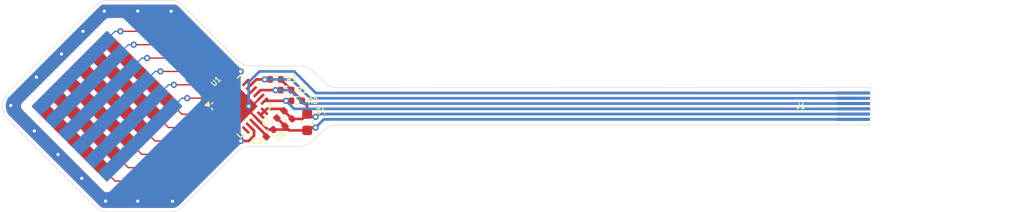
<source format=kicad_pcb>
(kicad_pcb (version 20240108) (generator "pcbnew") (generator_version "8.0")
  (layers (0 "F.Cu" signal) (31 "B.Cu" signal) (34 "B.Paste" user) (35 "F.Paste" user) (36 "B.SilkS" user "B.Silkscreen") (37 "F.SilkS" user "F.Silkscreen") (38 "B.Mask" user) (39 "F.Mask" user) (44 "Edge.Cuts" user))
  (net 0 "")
  (net 1 "GND")
  (net 2 "+3V3")
  (net 3 "/BIAS")
  (net 4 "/SCL")
  (net 5 "/SDA")
  (net 6 "/INT")
  (net 8 "/CIN3")
  (net 9 "/SHLD")
  (net 10 "/CIN2")
  (net 11 "/CIN5")
  (net 12 "/CIN11")
  (net 13 "/CIN6")
  (net 14 "/CIN9")
  (net 15 "/CIN0")
  (net 16 "/CIN4")
  (net 17 "/CIN1")
  (net 18 "/CIN12")
  (net 19 "/CIN7")
  (net 20 "/CIN8")
  (net 21 "/CIN10")
  (footprint "Resistor_SMD:R_0402_1005Metric" (layer "F.Cu") (at 137.414 103.632 180)
    (property "Reference" "R2" (at -1.524 0 0) (layer "F.SilkS") (effects (font (size 0.5 0.5) (thickness 0.1))))
    (property "Value" "2k2")
    (fp_line (start -0.153641 0.38) (end 0.153641 0.38) (stroke (width 0.12)) (layer "F.SilkS"))
    (fp_line (start -0.153641 -0.38) (end 0.153641 -0.38) (stroke (width 0.12)) (layer "F.SilkS"))
    (pad "1" smd roundrect (at -0.509999 0 180) (size 0.54 0.64) (layers "F.Cu" "F.Paste" "F.Mask") (net 2 "+3V3"))
    (pad "2" smd roundrect (at 0.509999 0 180) (size 0.54 0.64) (layers "F.Cu" "F.Paste" "F.Mask") (net 5 "/SDA"))
  )
  (footprint "User_Footprints:FPC_6P_P0.5mm" (layer "F.Cu") (at 190.746 102.89)
    (property "Reference" "J1" (at -5.453 1.25 0) (layer "F.SilkS") (effects (font (size 0.5 0.5) (thickness 0.1))))
    (property "Value" "Conn_01x06_Pin")
    (pad "1" connect roundrect (at -0.5 0) (size 3.2 0.3) (layers "B.Cu" "B.Mask") (net 1 "GND"))
    (pad "2" connect roundrect (at -0.5 0.5) (size 3.2 0.3) (layers "B.Cu" "B.Mask") (net 6 "/INT"))
    (pad "3" connect roundrect (at -0.5 1) (size 3.2 0.3) (layers "B.Cu" "B.Mask") (net 4 "/SCL"))
    (pad "4" connect roundrect (at -0.5 1.5) (size 3.2 0.3) (layers "B.Cu" "B.Mask") (net 5 "/SDA"))
    (pad "5" connect roundrect (at -0.5 2) (size 3.2 0.3) (layers "B.Cu" "B.Mask") (net 2 "+3V3"))
    (pad "6" connect roundrect (at -0.5 2.5) (size 3.2 0.3) (layers "B.Cu" "B.Mask") (net 1 "GND"))
  )
  (footprint "Capacitor_SMD:C_0603_1608Metric" (layer "F.Cu") (at 138.397903 105.664 -90)
    (property "Reference" "C4" (at -1.037864 -1.302097 180) (layer "F.SilkS") (effects (font (size 0.5 0.5) (thickness 0.1))))
    (property "Value" "10u")
    (fp_line (start -0.140581 0.51) (end 0.140581 0.51) (stroke (width 0.12)) (layer "F.SilkS"))
    (fp_line (start -0.140581 -0.51) (end 0.140581 -0.51) (stroke (width 0.12)) (layer "F.SilkS"))
    (pad "1" smd roundrect (at -0.775 0 270) (size 0.9 0.95) (layers "F.Cu" "F.Paste" "F.Mask") (net 2 "+3V3"))
    (pad "2" smd roundrect (at 0.775 0 270) (size 0.9 0.95) (layers "F.Cu" "F.Paste" "F.Mask") (net 1 "GND"))
  )
  (footprint "Capacitor_SMD:C_0402_1005Metric" (layer "F.Cu") (at 134.841903 106.701864 45)
    (property "Reference" "C5" (at -1.398685 -0.351974 180) (layer "F.SilkS") (effects (font (size 0.5 0.5) (thickness 0.1))))
    (property "Value" "100n")
    (fp_line (start -0.107836 -0.36) (end 0.107836 -0.36) (stroke (width 0.12)) (layer "F.SilkS"))
    (fp_line (start -0.107836 0.36) (end 0.107836 0.36) (stroke (width 0.12)) (layer "F.SilkS"))
    (pad "1" smd roundrect (at -0.48 0 45) (size 0.56 0.62) (layers "F.Cu" "F.Paste" "F.Mask") (net 3 "/BIAS"))
    (pad "2" smd roundrect (at 0.48 0 45) (size 0.56 0.62) (layers "F.Cu" "F.Paste" "F.Mask") (net 1 "GND"))
  )
  (footprint "Resistor_SMD:R_0402_1005Metric" (layer "F.Cu") (at 136.398 102.616 180)
    (property "Reference" "R1" (at -1.524 0 0) (layer "F.SilkS") (effects (font (size 0.5 0.5) (thickness 0.1))))
    (property "Value" "2k2")
    (fp_line (start -0.153641 0.38) (end 0.153641 0.38) (stroke (width 0.12)) (layer "F.SilkS"))
    (fp_line (start -0.153641 -0.38) (end 0.153641 -0.38) (stroke (width 0.12)) (layer "F.SilkS"))
    (pad "1" smd roundrect (at -0.509999 0 180) (size 0.54 0.64) (layers "F.Cu" "F.Paste" "F.Mask") (net 2 "+3V3"))
    (pad "2" smd roundrect (at 0.509999 0 180) (size 0.54 0.64) (layers "F.Cu" "F.Paste" "F.Mask") (net 4 "/SCL"))
  )
  (footprint "Capacitor_SMD:C_0402_1005Metric" (layer "F.Cu") (at 135.857903 104.923864 -135)
    (property "Reference" "C1" (at 1.436841 0.35921 45) (layer "F.SilkS") (effects (font (size 0.5 0.5) (thickness 0.1))))
    (property "Value" "1n")
    (fp_line (start -0.107836 0.36) (end 0.107836 0.36) (stroke (width 0.12)) (layer "F.SilkS"))
    (fp_line (start -0.107836 -0.36) (end 0.107836 -0.36) (stroke (width 0.12)) (layer "F.SilkS"))
    (pad "1" smd roundrect (at -0.48 0 225) (size 0.56 0.62) (layers "F.Cu" "F.Paste" "F.Mask") (net 2 "+3V3"))
    (pad "2" smd roundrect (at 0.48 0 225) (size 0.56 0.62) (layers "F.Cu" "F.Paste" "F.Mask") (net 1 "GND"))
  )
  (footprint "Capacitor_SMD:C_0402_1005Metric" (layer "F.Cu") (at 136.619903 105.685864 -135)
    (property "Reference" "C2" (at 1.436841 -0.35921 45) (layer "F.SilkS") (effects (font (size 0.5 0.5) (thickness 0.1))))
    (property "Value" "100n")
    (fp_line (start -0.107836 0.36) (end 0.107836 0.36) (stroke (width 0.12)) (layer "F.SilkS"))
    (fp_line (start -0.107836 -0.36) (end 0.107836 -0.36) (stroke (width 0.12)) (layer "F.SilkS"))
    (pad "1" smd roundrect (at -0.48 0 225) (size 0.56 0.62) (layers "F.Cu" "F.Paste" "F.Mask") (net 2 "+3V3"))
    (pad "2" smd roundrect (at 0.48 0 225) (size 0.56 0.62) (layers "F.Cu" "F.Paste" "F.Mask") (net 1 "GND"))
  )
  (footprint "Resistor_SMD:R_0402_1005Metric" (layer "F.Cu") (at 135.382 101.6 180)
    (property "Reference" "R3" (at -1.524 0 0) (layer "F.SilkS") (effects (font (size 0.5 0.5) (thickness 0.1))))
    (property "Value" "2k2")
    (fp_line (start -0.153641 0.38) (end 0.153641 0.38) (stroke (width 0.12)) (layer "F.SilkS"))
    (fp_line (start -0.153641 -0.38) (end 0.153641 -0.38) (stroke (width 0.12)) (layer "F.SilkS"))
    (pad "1" smd roundrect (at -0.509999 0 180) (size 0.54 0.64) (layers "F.Cu" "F.Paste" "F.Mask") (net 2 "+3V3"))
    (pad "2" smd roundrect (at 0.509999 0 180) (size 0.54 0.64) (layers "F.Cu" "F.Paste" "F.Mask") (net 6 "/INT"))
  )
  (footprint "Package_CSP:LFCSP-24-1EP_4x4mm_P0.5mm_EP2.3x2.3mm" (layer "F.Cu") (at 132.08 104.14 45)
    (property "Reference" "U1" (at 0 -3.330001 45) (layer "F.SilkS") (effects (font (size 0.5 0.5) (thickness 0.1))))
    (property "Value" "AD7147-1")
    (fp_line (start -1.635 -2.11) (end -1.81 -2.11) (stroke (width 0.12)) (layer "F.SilkS"))
    (fp_line (start -2.11 -1.635) (end -2.11 -1.87) (stroke (width 0.12)) (layer "F.SilkS"))
    (fp_line (start 1.635 -2.11) (end 2.11 -2.11) (stroke (width 0.12)) (layer "F.SilkS"))
    (fp_line (start 2.11 -2.11) (end 2.11 -1.635) (stroke (width 0.12)) (layer "F.SilkS"))
    (fp_line (start -2.11 2.11) (end -2.11 1.635) (stroke (width 0.12)) (layer "F.SilkS"))
    (fp_line (start -1.635 2.11) (end -2.11 2.11) (stroke (width 0.12)) (layer "F.SilkS"))
    (fp_line (start 1.635 2.11) (end 2.11 2.11) (stroke (width 0.12)) (layer "F.SilkS"))
    (fp_line (start 2.11 2.11) (end 2.11 1.635) (stroke (width 0.12)) (layer "F.SilkS"))
    (fp_poly (pts (xy -2.11 -2.11) (xy -2.349999 -2.44) (xy -1.87 -2.44) (xy -2.11 -2.11)) (stroke (width 0.12)) (fill solid) (layer "F.SilkS"))
    (pad "1" smd roundrect (at -1.9375 -1.25 45) (size 0.875 0.25) (layers "F.Cu" "F.Paste" "F.Mask") (net 13 "/CIN6"))
    (pad "2" smd roundrect (at -1.937499 -0.75 45) (size 0.875 0.25) (layers "F.Cu" "F.Paste" "F.Mask") (net 19 "/CIN7"))
    (pad "3" smd roundrect (at -1.9375 -0.25 45) (size 0.875 0.25) (layers "F.Cu" "F.Paste" "F.Mask") (net 20 "/CIN8"))
    (pad "4" smd roundrect (at -1.9375 0.25 45) (size 0.875 0.25) (layers "F.Cu" "F.Paste" "F.Mask") (net 14 "/CIN9"))
    (pad "5" smd roundrect (at -1.937499 0.75 45) (size 0.875 0.25) (layers "F.Cu" "F.Paste" "F.Mask") (net 21 "/CIN10"))
    (pad "6" smd roundrect (at -1.9375 1.25 45) (size 0.875 0.25) (layers "F.Cu" "F.Paste" "F.Mask") (net 12 "/CIN11"))
    (pad "7" smd roundrect (at -1.25 1.9375 45) (size 0.25 0.875) (layers "F.Cu" "F.Paste" "F.Mask") (net 18 "/CIN12"))
    (pad "8" smd roundrect (at -0.75 1.937499 45) (size 0.25 0.875) (layers "F.Cu" "F.Paste" "F.Mask") (net 9 "/SHLD"))
    (pad "9" smd roundrect (at -0.25 1.9375 45) (size 0.25 0.875) (layers "F.Cu" "F.Paste" "F.Mask") (net 3 "/BIAS"))
    (pad "10" smd roundrect (at 0.25 1.9375 45) (size 0.25 0.875) (layers "F.Cu" "F.Paste" "F.Mask") (net 1 "GND"))
    (pad "11" smd roundrect (at 0.75 1.937499 45) (size 0.25 0.875) (layers "F.Cu" "F.Paste" "F.Mask") (net 2 "+3V3"))
    (pad "12" smd roundrect (at 1.25 1.9375 45) (size 0.25 0.875) (layers "F.Cu" "F.Paste" "F.Mask") (net 2 "+3V3"))
    (pad "13" smd roundrect (at 1.9375 1.25 45) (size 0.875 0.25) (layers "F.Cu" "F.Paste" "F.Mask") (net 5 "/SDA"))
    (pad "14" smd roundrect (at 1.937499 0.75 45) (size 0.875 0.25) (layers "F.Cu" "F.Paste" "F.Mask") (net 1 "GND"))
    (pad "15" smd roundrect (at 1.9375 0.25 45) (size 0.875 0.25) (layers "F.Cu" "F.Paste" "F.Mask") (net 4 "/SCL"))
    (pad "16" smd roundrect (at 1.9375 -0.25 45) (size 0.875 0.25) (layers "F.Cu" "F.Paste" "F.Mask") (net 1 "GND"))
    (pad "17" smd roundrect (at 1.937499 -0.75 45) (size 0.875 0.25) (layers "F.Cu" "F.Paste" "F.Mask") (net 6 "/INT"))
    (pad "18" smd roundrect (at 1.9375 -1.25 45) (size 0.875 0.25) (layers "F.Cu" "F.Paste" "F.Mask"))
    (pad "19" smd roundrect (at 1.25 -1.9375 45) (size 0.25 0.875) (layers "F.Cu" "F.Paste" "F.Mask") (net 15 "/CIN0"))
    (pad "20" smd roundrect (at 0.75 -1.937499 45) (size 0.25 0.875) (layers "F.Cu" "F.Paste" "F.Mask") (net 17 "/CIN1"))
    (pad "21" smd roundrect (at 0.25 -1.9375 45) (size 0.25 0.875) (layers "F.Cu" "F.Paste" "F.Mask") (net 10 "/CIN2"))
    (pad "22" smd roundrect (at -0.25 -1.9375 45) (size 0.25 0.875) (layers "F.Cu" "F.Paste" "F.Mask") (net 8 "/CIN3"))
    (pad "23" smd roundrect (at -0.75 -1.937499 45) (size 0.25 0.875) (layers "F.Cu" "F.Paste" "F.Mask") (net 16 "/CIN4"))
    (pad "24" smd roundrect (at -1.25 -1.9375 45) (size 0.25 0.875) (layers "F.Cu" "F.Paste" "F.Mask") (net 11 "/CIN5"))
    (pad "25" smd rect (at 0 0 45) (size 2.3 2.3) (property pad_prop_heatsink) (layers "F.Cu" "F.Mask") (net 1 "GND"))
  )
  (gr_line (start 131.769939 99.796472) (end 126.580125 94.600122) (stroke (width 0.05)) (layer "Edge.Cuts"))
  (gr_arc (start 118.256301 94.604544) (mid 118.833126 94.219122) (end 119.513537 94.08378) (stroke (width 0.05)) (layer "Edge.Cuts"))
  (gr_arc (start 138.925236 107.429236) (mid 138.348411 107.814658) (end 137.668 107.95) (stroke (width 0.05)) (layer "Edge.Cuts"))
  (gr_arc (start 131.757175 108.470764) (mid 132.334 108.085342) (end 133.014411 107.95) (stroke (width 0.05)) (layer "Edge.Cuts"))
  (gr_line (start 191.897 105.918) (end 141.224 105.918) (stroke (width 0.05)) (layer "Edge.Cuts"))
  (gr_arc (start 133.027175 100.317236) (mid 132.346764 100.181894) (end 131.769939 99.796472) (stroke (width 0.05)) (layer "Edge.Cuts"))
  (gr_line (start 191.897 102.362) (end 141.211236 102.374764) (stroke (width 0.05)) (layer "Edge.Cuts"))
  (gr_line (start 133.027175 100.317236) (end 137.680764 100.317236) (stroke (width 0.05)) (layer "Edge.Cuts"))
  (gr_arc (start 139.966764 106.438764) (mid 140.543589 106.053342) (end 141.224 105.918) (stroke (width 0.05)) (layer "Edge.Cuts"))
  (gr_line (start 119.513537 94.08378) (end 125.32289 94.079358) (stroke (width 0.05)) (layer "Edge.Cuts"))
  (gr_arc (start 126.560825 113.660578) (mid 125.984 114.046) (end 125.303589 114.181342) (stroke (width 0.05)) (layer "Edge.Cuts"))
  (gr_arc (start 141.211236 102.374764) (mid 140.530825 102.239422) (end 139.954 101.854) (stroke (width 0.05)) (layer "Edge.Cuts"))
  (gr_line (start 131.757175 108.470764) (end 126.560825 113.660578) (stroke (width 0.05)) (layer "Edge.Cuts"))
  (gr_line (start 118.256301 94.604544) (end 109.987289 102.873757) (stroke (width 0.05)) (layer "Edge.Cuts"))
  (gr_arc (start 119.494236 114.185764) (mid 118.813825 114.050422) (end 118.237 113.665) (stroke (width 0.05)) (layer "Edge.Cuts"))
  (gr_line (start 139.966764 106.438764) (end 138.925236 107.429236) (stroke (width 0.05)) (layer "Edge.Cuts"))
  (gr_arc (start 110.000053 105.400993) (mid 109.474 104.14) (end 109.987289 102.873757) (stroke (width 0.05)) (layer "Edge.Cuts"))
  (gr_arc (start 125.32289 94.079358) (mid 126.003301 94.2147) (end 126.580125 94.600122) (stroke (width 0.05)) (layer "Edge.Cuts"))
  (gr_line (start 139.954 101.854) (end 138.938 100.838) (stroke (width 0.05)) (layer "Edge.Cuts"))
  (gr_line (start 118.237 113.665) (end 110.000053 105.400993) (stroke (width 0.05)) (layer "Edge.Cuts"))
  (gr_arc (start 137.680764 100.317236) (mid 138.361175 100.452578) (end 138.938 100.838) (stroke (width 0.05)) (layer "Edge.Cuts"))
  (gr_line (start 191.897 105.918) (end 191.897 102.362) (stroke (width 0.05)) (layer "Edge.Cuts"))
  (gr_line (start 137.668 107.95) (end 133.014411 107.95) (stroke (width 0.05)) (layer "Edge.Cuts"))
  (gr_line (start 119.494236 114.185764) (end 125.303589 114.181342) (stroke (width 0.05)) (layer "Edge.Cuts"))
  (segment (start 133.626796 105.333243) (end 132.433553 104.14) (width 0.2) (layer "F.Cu") (net 1))
  (segment (start 136.694217 106.439) (end 138.397903 106.439) (width 0.254) (layer "F.Cu") (net 1))
  (segment (start 132.433553 104.14) (end 132.08 104.14) (width 0.2) (layer "F.Cu") (net 1))
  (segment (start 134.656006 106.362453) (end 133.626796 105.333243) (width 0.254) (layer "F.Cu") (net 1))
  (segment (start 138.397903 106.439) (end 138.664903 106.172) (width 0.254) (layer "F.Cu") (net 1))
  (segment (start 135.181314 106.362453) (end 136.61767 106.362453) (width 0.254) (layer "F.Cu") (net 1))
  (segment (start 133.14066 104.14) (end 132.842 104.14) (width 0.2) (layer "F.Cu") (net 1))
  (segment (start 136.280492 106.025275) (end 136.694217 106.439) (width 0.254) (layer "F.Cu") (net 1))
  (segment (start 136.280492 106.025275) (end 135.518492 105.263275) (width 0.254) (layer "F.Cu") (net 1))
  (segment (start 138.664903 106.172) (end 139.192 106.172) (width 0.254) (layer "F.Cu") (net 1))
  (segment (start 132.08 103.786447) (end 132.08 104.14) (width 0.2) (layer "F.Cu") (net 1))
  (segment (start 135.181314 106.362453) (end 134.656006 106.362453) (width 0.254) (layer "F.Cu") (net 1))
  (segment (start 133.980349 103.300311) (end 133.14066 104.14) (width 0.2) (layer "F.Cu") (net 1))
  (segment (start 136.61767 106.362453) (end 136.694217 106.439) (width 0.254) (layer "F.Cu") (net 1))
  (segment (start 133.273243 102.593204) (end 132.08 103.786447) (width 0.2) (layer "F.Cu") (net 1))
  (segment (start 132.842 104.14) (end 132.08 104.14) (width 0.2) (layer "F.Cu") (net 1))
  (via (at 132.842 104.14) (size 0.6) (drill 0.3) (layers "F.Cu" "B.Cu") (net 1))
  (via (at 139.192 106.172) (size 0.6) (drill 0.3) (layers "F.Cu" "B.Cu") (net 1))
  (segment (start 139.192 106.172) (end 139.974 105.39) (width 0.254) (layer "B.Cu") (net 1))
  (segment (start 139.974 105.39) (end 190.827 105.39) (width 0.254) (layer "B.Cu") (net 1))
  (segment (start 132.842 104.14) (end 132.842 101.854) (width 0.254) (layer "B.Cu") (net 1))
  (segment (start 133.858 100.838) (end 137.16 100.838) (width 0.254) (layer "B.Cu") (net 1))
  (segment (start 137.16 100.838) (end 139.212 102.89) (width 0.254) (layer "B.Cu") (net 1))
  (segment (start 132.842 101.854) (end 133.858 100.838) (width 0.254) (layer "B.Cu") (net 1))
  (segment (start 139.212 102.89) (end 190.827 102.89) (width 0.254) (layer "B.Cu") (net 1))
  (segment (start 136.907999 102.616) (end 135.891999 101.6) (width 0.254) (layer "F.Cu") (net 2))
  (segment (start 138.397903 104.105904) (end 137.923999 103.632) (width 0.254) (layer "F.Cu") (net 2))
  (segment (start 134.566039 104.394) (end 136.006861 104.394) (width 0.254) (layer "F.Cu") (net 2))
  (segment (start 137.94045 105.346453) (end 138.397903 104.889) (width 0.254) (layer "F.Cu") (net 2))
  (segment (start 139.192 105.156) (end 138.664903 105.156) (width 0.254) (layer "F.Cu") (net 2))
  (segment (start 136.959314 105.346453) (end 136.197314 104.584453) (width 0.254) (layer "F.Cu") (net 2))
  (segment (start 134.333903 104.626136) (end 134.566039 104.394) (width 0.254) (layer "F.Cu") (net 2))
  (segment (start 136.006861 104.394) (end 136.197314 104.584453) (width 0.254) (layer "F.Cu") (net 2))
  (segment (start 137.923999 103.632) (end 136.907999 102.616) (width 0.254) (layer "F.Cu") (net 2))
  (segment (start 138.664903 105.156) (end 138.397903 104.889) (width 0.254) (layer "F.Cu") (net 2))
  (segment (start 136.959314 105.346453) (end 137.94045 105.346453) (width 0.254) (layer "F.Cu") (net 2))
  (segment (start 138.397903 104.889) (end 138.397903 104.105904) (width 0.254) (layer "F.Cu") (net 2))
  (segment (start 133.980349 104.979689) (end 133.98035 104.979689) (width 0.254) (layer "F.Cu") (net 2))
  (segment (start 133.98035 104.979689) (end 134.333903 104.626136) (width 0.254) (layer "F.Cu") (net 2))
  (via (at 139.192 105.156) (size 0.6) (drill 0.3) (layers "F.Cu" "B.Cu") (net 2))
  (segment (start 139.192 105.156) (end 139.457999 104.890001) (width 0.254) (layer "B.Cu") (net 2))
  (segment (start 139.457999 104.890001) (end 190.827 104.890001) (width 0.254) (layer "B.Cu") (net 2))
  (segment (start 134.502492 106.916045) (end 133.273243 105.686796) (width 0.254) (layer "F.Cu") (net 3))
  (segment (start 134.502492 107.041275) (end 134.502492 106.916045) (width 0.254) (layer "F.Cu") (net 3))
  (segment (start 133.626796 102.946757) (end 133.957553 102.616) (width 0.254) (layer "F.Cu") (net 4))
  (segment (start 133.957553 102.616) (end 135.382 102.616) (width 0.254) (layer "F.Cu") (net 4))
  (segment (start 135.382 102.616) (end 135.888001 102.616) (width 0.254) (layer "F.Cu") (net 4))
  (via (at 135.382 102.616) (size 0.6) (drill 0.3) (layers "F.Cu" "B.Cu") (net 4))
  (segment (start 136.779 102.616) (end 138.053 103.89) (width 0.254) (layer "B.Cu") (net 4))
  (segment (start 135.382 102.616) (end 136.779 102.616) (width 0.254) (layer "B.Cu") (net 4))
  (segment (start 138.053 103.89) (end 190.827 103.89) (width 0.254) (layer "B.Cu") (net 4))
  (segment (start 136.398 103.632) (end 136.904001 103.632) (width 0.254) (layer "F.Cu") (net 5))
  (segment (start 134.355767 103.632) (end 136.398 103.632) (width 0.254) (layer "F.Cu") (net 5))
  (segment (start 134.333903 103.653864) (end 134.355767 103.632) (width 0.254) (layer "F.Cu") (net 5))
  (via (at 136.398 103.632) (size 0.6) (drill 0.3) (layers "F.Cu" "B.Cu") (net 5))
  (segment (start 136.398 103.632) (end 137.156 104.39) (width 0.254) (layer "B.Cu") (net 5))
  (segment (start 137.156 104.39) (end 190.827 104.39) (width 0.254) (layer "B.Cu") (net 5))
  (segment (start 134.872001 101.6) (end 134.366 101.6) (width 0.254) (layer "F.Cu") (net 6))
  (segment (start 134.366 101.6) (end 133.55934 101.6) (width 0.254) (layer "F.Cu") (net 6))
  (segment (start 133.55934 101.6) (end 132.919689 102.239651) (width 0.254) (layer "F.Cu") (net 6))
  (via (at 134.366 101.6) (size 0.6) (drill 0.3) (layers "F.Cu" "B.Cu") (net 6))
  (segment (start 134.366 101.6) (end 136.906 101.6) (width 0.254) (layer "B.Cu") (net 6))
  (segment (start 138.695999 103.389999) (end 190.827 103.389999) (width 0.254) (layer "B.Cu") (net 6))
  (segment (start 136.906 101.6) (end 138.695999 103.389999) (width 0.254) (layer "B.Cu") (net 6))
  (segment (start 128.424447 100.838) (end 130.533204 102.946757) (width 0.127) (layer "F.Cu") (net 8))
  (segment (start 124.46 100.838) (end 128.424447 100.838) (width 0.127) (layer "F.Cu") (net 8))
  (via (at 124.46 100.838) (size 0.6) (drill 0.3) (layers "F.Cu" "B.Cu") (net 8))
  (segment (start 123.952 100.838) (end 123.444 101.346) (width 0.127) (layer "B.Cu") (net 8))
  (segment (start 124.46 100.838) (end 123.952 100.838) (width 0.127) (layer "B.Cu") (net 8))
  (segment (start 132.08 100.838) (end 126.365 95.123) (width 0.254) (layer "F.Cu") (net 9))
  (segment (start 133.35 106.47066) (end 133.35 106.934) (width 0.254) (layer "F.Cu") (net 9))
  (segment (start 126.353011 113.168989) (end 132.08 107.442) (width 0.254) (layer "F.Cu") (net 9))
  (segment (start 132.842 107.442) (end 132.08 107.442) (width 0.254) (layer "F.Cu") (net 9))
  (segment (start 126.365 95.123) (end 125.476 95.123) (width 0.254) (layer "F.Cu") (net 9))
  (segment (start 125.603 113.168989) (end 126.353011 113.168989) (width 0.254) (layer "F.Cu") (net 9))
  (segment (start 132.919689 106.040349) (end 133.35 106.47066) (width 0.254) (layer "F.Cu") (net 9))
  (segment (start 133.35 106.934) (end 132.842 107.442) (width 0.254) (layer "F.Cu") (net 9))
  (via (at 117.094 97.028) (size 0.6) (drill 0.3) (layers "F.Cu" "B.Cu") (net 9))
  (via (at 132.08 100.838) (size 0.6) (drill 0.3) (layers "F.Cu" "B.Cu") (net 9))
  (via (at 116.986137 110.992501) (size 0.6) (drill 0.3) (layers "F.Cu" "B.Cu") (net 9))
  (via (at 125.476 95.123) (size 0.6) (drill 0.3) (layers "F.Cu" "B.Cu") (net 9))
  (via (at 115.062 99.187) (size 0.6) (drill 0.3) (layers "F.Cu" "B.Cu") (net 9))
  (via (at 110.242109 104.073254) (size 0.6) (drill 0.3) (layers "F.Cu" "B.Cu") (net 9))
  (via (at 119.126 95.123) (size 0.6) (drill 0.3) (layers "F.Cu" "B.Cu") (net 9))
  (via (at 112.485954 106.494578) (size 0.6) (drill 0.3) (layers "F.Cu" "B.Cu") (net 9))
  (via (at 132.08 107.442) (size 0.6) (drill 0.3) (layers "F.Cu" "B.Cu") (net 9))
  (via (at 122.301 113.157) (size 0.6) (drill 0.3) (layers "F.Cu" "B.Cu") (net 9))
  (via (at 122.301 95.106618) (size 0.6) (drill 0.3) (layers "F.Cu" "B.Cu") (net 9))
  (via (at 125.603 113.168989) (size 0.6) (drill 0.3) (layers "F.Cu" "B.Cu") (net 9))
  (via (at 112.67611 101.385711) (size 0.6) (drill 0.3) (layers "F.Cu" "B.Cu") (net 9))
  (via (at 119.253 113.157) (size 0.6) (drill 0.3) (layers "F.Cu" "B.Cu") (net 9))
  (via (at 114.734686 108.725837) (size 0.6) (drill 0.3) (layers "F.Cu" "B.Cu") (net 9))
  (segment (start 123.19 99.568) (end 127.861553 99.568) (width 0.127) (layer "F.Cu") (net 10))
  (segment (start 127.861553 99.568) (end 130.886757 102.593204) (width 0.127) (layer "F.Cu") (net 10))
  (via (at 123.19 99.568) (size 0.6) (drill 0.3) (layers "F.Cu" "B.Cu") (net 10))
  (segment (start 122.682 99.568) (end 122.174 100.076) (width 0.127) (layer "B.Cu") (net 10))
  (segment (start 123.19 99.568) (end 122.682 99.568) (width 0.127) (layer "B.Cu") (net 10))
  (segment (start 129.815864 103.653864) (end 129.826097 103.653864) (width 0.127) (layer "F.Cu") (net 11))
  (segment (start 129.54 103.378) (end 129.815864 103.653864) (width 0.127) (layer "F.Cu") (net 11))
  (segment (start 127 103.378) (end 129.54 103.378) (width 0.127) (layer "F.Cu") (net 11))
  (via (at 127 103.378) (size 0.6) (drill 0.3) (layers "F.Cu" "B.Cu") (net 11))
  (segment (start 127 103.378) (end 126.492 103.378) (width 0.127) (layer "B.Cu") (net 11))
  (segment (start 126.492 103.378) (end 125.984 103.886) (width 0.127) (layer "B.Cu") (net 11))
  (segment (start 126.735767 111.252) (end 120.65 111.252) (width 0.127) (layer "F.Cu") (net 12))
  (segment (start 131.593864 106.393903) (end 126.735767 111.252) (width 0.127) (layer "F.Cu") (net 12))
  (segment (start 120.142 111.252) (end 119.634 110.744) (width 0.127) (layer "F.Cu") (net 12))
  (segment (start 120.65 111.252) (end 120.142 111.252) (width 0.127) (layer "F.Cu") (net 12))
  (segment (start 129.54 104.902) (end 126.492 104.902) (width 0.127) (layer "F.Cu") (net 13))
  (segment (start 129.815864 104.626136) (end 129.54 104.902) (width 0.127) (layer "F.Cu") (net 13))
  (segment (start 126.492 104.902) (end 125.984 104.394) (width 0.127) (layer "F.Cu") (net 13))
  (segment (start 129.826097 104.626136) (end 129.815864 104.626136) (width 0.127) (layer "F.Cu") (net 13))
  (segment (start 130.886757 105.686796) (end 127.861553 108.712) (width 0.127) (layer "F.Cu") (net 14))
  (segment (start 122.682 108.712) (end 122.174 108.204) (width 0.127) (layer "F.Cu") (net 14))
  (segment (start 127.861553 108.712) (end 122.682 108.712) (width 0.127) (layer "F.Cu") (net 14))
  (segment (start 120.65 97.028) (end 126.735767 97.028) (width 0.127) (layer "F.Cu") (net 15))
  (segment (start 126.735767 97.028) (end 131.593864 101.886097) (width 0.127) (layer "F.Cu") (net 15))
  (via (at 120.65 97.028) (size 0.6) (drill 0.3) (layers "F.Cu" "B.Cu") (net 15))
  (segment (start 120.142 97.028) (end 119.634 97.536) (width 0.127) (layer "B.Cu") (net 15))
  (segment (start 120.65 97.028) (end 120.142 97.028) (width 0.127) (layer "B.Cu") (net 15))
  (segment (start 125.73 102.108) (end 128.98734 102.108) (width 0.127) (layer "F.Cu") (net 16))
  (segment (start 128.98734 102.108) (end 130.179651 103.300311) (width 0.127) (layer "F.Cu") (net 16))
  (via (at 125.73 102.108) (size 0.6) (drill 0.3) (layers "F.Cu" "B.Cu") (net 16))
  (segment (start 125.73 102.108) (end 125.222 102.108) (width 0.127) (layer "B.Cu") (net 16))
  (segment (start 125.222 102.108) (end 124.714 102.616) (width 0.127) (layer "B.Cu") (net 16))
  (segment (start 121.92 98.298) (end 127.29866 98.298) (width 0.127) (layer "F.Cu") (net 17))
  (segment (start 127.29866 98.298) (end 131.240311 102.239651) (width 0.127) (layer "F.Cu") (net 17))
  (via (at 121.92 98.298) (size 0.6) (drill 0.3) (layers "F.Cu" "B.Cu") (net 17))
  (segment (start 121.412 98.298) (end 120.904 98.806) (width 0.127) (layer "B.Cu") (net 17))
  (segment (start 121.92 98.298) (end 121.412 98.298) (width 0.127) (layer "B.Cu") (net 17))
  (segment (start 128.98734 106.172) (end 125.222 106.172) (width 0.127) (layer "F.Cu") (net 19))
  (segment (start 125.222 106.172) (end 124.714 105.664) (width 0.127) (layer "F.Cu") (net 19))
  (segment (start 130.179651 104.979689) (end 128.98734 106.172) (width 0.127) (layer "F.Cu") (net 19))
  (segment (start 128.424447 107.442) (end 123.952 107.442) (width 0.127) (layer "F.Cu") (net 20))
  (segment (start 130.533204 105.333243) (end 128.424447 107.442) (width 0.127) (layer "F.Cu") (net 20))
  (segment (start 123.952 107.442) (end 123.444 106.934) (width 0.127) (layer "F.Cu") (net 20))
  (segment (start 123.952 107.442) (end 123.825 107.315) (width 0.127) (layer "F.Cu") (net 20))
  (segment (start 127.29866 109.982) (end 122.174 109.982) (width 0.127) (layer "F.Cu") (net 21))
  (segment (start 131.240311 106.040349) (end 127.29866 109.982) (width 0.127) (layer "F.Cu") (net 21))
  (segment (start 121.412 109.982) (end 120.904 109.474) (width 0.127) (layer "F.Cu") (net 21))
  (segment (start 122.174 109.982) (end 121.412 109.982) (width 0.127) (layer "F.Cu") (net 21))
  (zone (net 12) (net_name "/CIN11") (layer "F.Cu") (connect_pads (clearance 0.5)) (min_thickness 0.25) (fill yes (thermal_gap 0.5) (thermal_bridge_width 0.5))
    (polygon (pts (xy 119.38 111.333231) (xy 112.195796 104.149025) (xy 113.093822 103.250999) (xy 120.278027 110.435204)))
  )
  (zone (net 13) (net_name "/CIN6") (layer "F.Cu") (connect_pads (clearance 0.5)) (min_thickness 0.25) (fill yes (thermal_gap 0.5) (thermal_bridge_width 0.5))
    (polygon (pts (xy 125.66618 105.047051) (xy 118.481975 97.862846) (xy 119.380001 96.96482) (xy 126.564206 104.149025)))
  )
  (zone (net 20) (net_name "/CIN8") (layer "F.Cu") (connect_pads (clearance 0.5)) (min_thickness 0.25) (fill yes (thermal_gap 0.5) (thermal_bridge_width 0.5))
    (polygon (pts (xy 123.151708 107.561523) (xy 115.967504 100.377317) (xy 116.865529 99.479292) (xy 124.049734 106.663497)))
  )
  (zone (net 9) (net_name "/SHLD") (layer "F.Cu") (priority 1) (connect_pads (clearance 0.5)) (min_thickness 0.25) (fill yes (thermal_gap 0.5) (thermal_bridge_width 0.5) (smoothing fillet) (radius 0.5))
    (polygon (pts (xy 119.38 95.758) (xy 110.998 104.14) (xy 119.38 112.522) (xy 127.254 112.522) (xy 125.984 113.792) (xy 118.872 113.792) (xy 109.22 104.14) (xy 118.872 94.488) (xy 125.984 94.488) (xy 127.254 95.758)))
  )
  (zone (net 14) (net_name "/CIN9") (layer "F.Cu") (connect_pads (clearance 0.5)) (min_thickness 0.25) (fill yes (thermal_gap 0.5) (thermal_bridge_width 0.5))
    (polygon (pts (xy 121.894472 108.818759) (xy 114.710268 101.634553) (xy 115.608293 100.736528) (xy 122.792498 107.920733)))
  )
  (zone (net 21) (net_name "/CIN10") (layer "F.Cu") (connect_pads (clearance 0.5)) (min_thickness 0.25) (fill yes (thermal_gap 0.5) (thermal_bridge_width 0.5))
    (polygon (pts (xy 120.637236 110.075995) (xy 113.453032 102.891789) (xy 114.351058 101.993764) (xy 121.535262 109.177968)))
  )
  (zone (net 19) (net_name "/CIN7") (layer "F.Cu") (connect_pads (clearance 0.5)) (min_thickness 0.25) (fill yes (thermal_gap 0.5) (thermal_bridge_width 0.5))
    (polygon (pts (xy 124.408944 106.304287) (xy 117.22474 99.120082) (xy 118.122765 98.222056) (xy 125.30697 105.406261)))
  )
  (zone (net 10) (net_name "/CIN2") (layer "B.Cu") (connect_pads (clearance 0.5)) (min_thickness 0.25) (fill yes (thermal_gap 0.5) (thermal_bridge_width 0.5))
    (polygon (pts (xy 115.608293 107.561522) (xy 122.792498 100.377317) (xy 121.894473 99.479291) (xy 114.710267 106.663497)))
  )
  (zone (net 11) (net_name "/CIN5") (layer "B.Cu") (connect_pads (clearance 0.5)) (min_thickness 0.25) (fill yes (thermal_gap 0.5) (thermal_bridge_width 0.5))
    (polygon (pts (xy 119.380001 111.33323) (xy 126.564206 104.149025) (xy 125.66618 103.250999) (xy 118.481975 110.435204)))
  )
  (zone (net 17) (net_name "/CIN1") (layer "B.Cu") (connect_pads (clearance 0.5)) (min_thickness 0.25) (fill yes (thermal_gap 0.5) (thermal_bridge_width 0.5))
    (polygon (pts (xy 114.351058 106.304287) (xy 121.535262 99.120082) (xy 120.637237 98.222056) (xy 113.453032 105.406261)))
  )
  (zone (net 15) (net_name "/CIN0") (layer "B.Cu") (connect_pads (clearance 0.5)) (min_thickness 0.25) (fill yes (thermal_gap 0.5) (thermal_bridge_width 0.5))
    (polygon (pts (xy 113.093822 105.047051) (xy 120.278027 97.862845) (xy 119.380001 96.96482) (xy 112.195796 104.149025)))
  )
  (zone (net 8) (net_name "/CIN3") (layer "B.Cu") (connect_pads (clearance 0.5)) (min_thickness 0.25) (fill yes (thermal_gap 0.5) (thermal_bridge_width 0.5))
    (polygon (pts (xy 116.865529 108.818758) (xy 124.049734 101.634553) (xy 123.151708 100.736527) (xy 115.967503 107.920732)))
  )
  (zone (net 16) (net_name "/CIN4") (layer "B.Cu") (connect_pads (clearance 0.5)) (min_thickness 0.25) (fill yes (thermal_gap 0.5) (thermal_bridge_width 0.5))
    (polygon (pts (xy 118.122765 110.075994) (xy 125.30697 102.891789) (xy 124.408944 101.993764) (xy 117.22474 109.177968)))
  )
  (zone (net 9) (net_name "/SHLD") (layer "B.Cu") (priority 1) (connect_pads (clearance 0.5)) (min_thickness 0.25) (fill yes (thermal_gap 0.5) (thermal_bridge_width 0.5) (smoothing fillet) (radius 0.5))
    (polygon (pts (xy 119.38 95.758) (xy 110.998 104.14) (xy 119.38 112.522) (xy 128.524 103.378) (xy 126.746 101.6) (xy 129.032 101.6) (xy 132.461 107.315) (xy 125.984 113.792) (xy 118.872 113.792) (xy 109.22 104.14) (xy 118.872 94.488) (xy 125.984 94.488) (xy 132.08 100.584) (xy 132.08 106.68) (xy 120.904 95.758)))
  )
)
</source>
